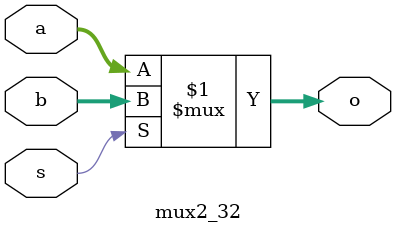
<source format=sv>
`timescale 1ns / 1ps


module mux2_32(
    input logic s,
    input logic [31:0] a,b,
    output logic [31:0] o
    );
    
    assign o = s ? b : a;
    
endmodule

</source>
